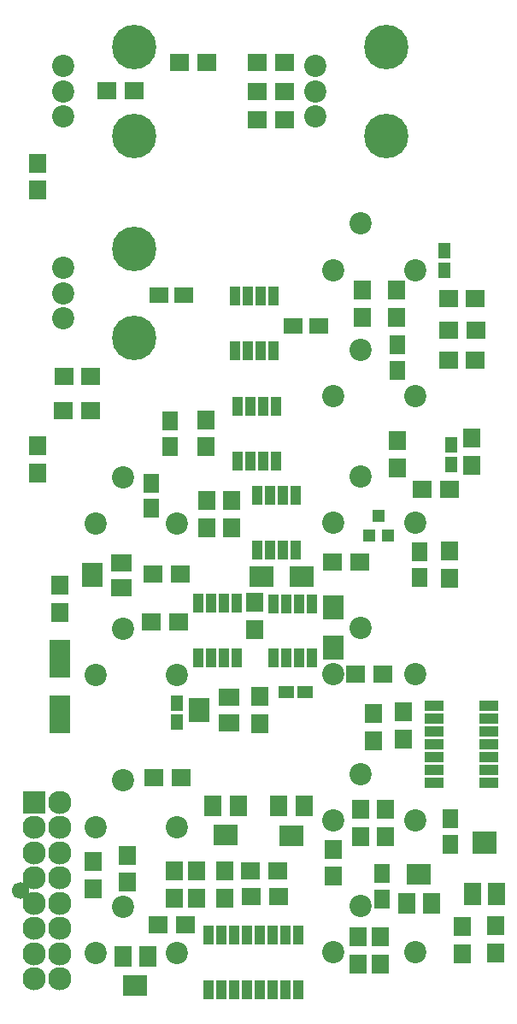
<source format=gbr>
%TF.GenerationSoftware,KiCad,Pcbnew,4.0.7*%
%TF.CreationDate,2018-02-11T21:06:32+01:00*%
%TF.ProjectId,vco,76636F2E6B696361645F706362000000,rev?*%
%TF.FileFunction,Soldermask,Bot*%
%FSLAX46Y46*%
G04 Gerber Fmt 4.6, Leading zero omitted, Abs format (unit mm)*
G04 Created by KiCad (PCBNEW 4.0.7) date 02/11/18 21:06:32*
%MOMM*%
%LPD*%
G01*
G04 APERTURE LIST*
%ADD10C,0.100000*%
%ADD11R,1.700000X1.900000*%
%ADD12R,1.000000X1.950000*%
%ADD13C,2.200000*%
%ADD14C,4.400000*%
%ADD15R,2.300000X2.300000*%
%ADD16C,2.300000*%
%ADD17C,1.700000*%
%ADD18R,1.150000X1.600000*%
%ADD19R,1.650000X1.900000*%
%ADD20R,1.600000X1.150000*%
%ADD21R,1.900000X1.650000*%
%ADD22R,2.100000X3.700000*%
%ADD23R,1.200000X1.300000*%
%ADD24R,1.900000X1.700000*%
%ADD25R,2.000000X1.700000*%
%ADD26R,2.000000X2.400000*%
%ADD27R,1.700000X2.000000*%
%ADD28R,2.400000X2.000000*%
%ADD29R,1.700000X2.300000*%
%ADD30R,2.400000X2.300000*%
%ADD31R,2.400000X2.100000*%
%ADD32R,2.100000X2.400000*%
%ADD33R,1.000000X1.900000*%
%ADD34R,1.900000X1.000000*%
G04 APERTURE END LIST*
D10*
D11*
X175000000Y-102000000D03*
X175000000Y-99300000D03*
D12*
X180155000Y-95500000D03*
X178885000Y-95500000D03*
X177615000Y-95500000D03*
X176345000Y-95500000D03*
X176345000Y-90100000D03*
X177615000Y-90100000D03*
X178885000Y-90100000D03*
X180155000Y-90100000D03*
D13*
X155500000Y-36900000D03*
X155500000Y-39400000D03*
X155500000Y-41900000D03*
D14*
X162500000Y-35000000D03*
X162500000Y-43800000D03*
D13*
X180500000Y-36900000D03*
X180500000Y-39400000D03*
X180500000Y-41900000D03*
D14*
X187500000Y-35000000D03*
X187500000Y-43800000D03*
D13*
X155500000Y-56900000D03*
X155500000Y-59400000D03*
X155500000Y-61900000D03*
D14*
X162500000Y-55000000D03*
X162500000Y-63800000D03*
D13*
X182300000Y-69600000D03*
X190400000Y-69600000D03*
X185000000Y-65000000D03*
D15*
X152650000Y-109750000D03*
D16*
X152650000Y-112250000D03*
X152650000Y-114750000D03*
X152650000Y-117250000D03*
X152650000Y-119750000D03*
X152650000Y-122250000D03*
X152650000Y-124750000D03*
X152650000Y-127250000D03*
X155150000Y-109750000D03*
X155150000Y-112250000D03*
X155150000Y-114750000D03*
X155150000Y-117250000D03*
X155150000Y-119750000D03*
X155150000Y-122250000D03*
X155150000Y-124750000D03*
X155150000Y-127250000D03*
D17*
X151310000Y-118500000D03*
D13*
X182300000Y-57100000D03*
X190400000Y-57100000D03*
X185000000Y-52500000D03*
X182300000Y-82100000D03*
X190400000Y-82100000D03*
X185000000Y-77500000D03*
X182300000Y-97100000D03*
X190400000Y-97100000D03*
X185000000Y-92500000D03*
X182300000Y-111600000D03*
X190400000Y-111600000D03*
X185000000Y-107000000D03*
X182300000Y-124600000D03*
X190400000Y-124600000D03*
X185000000Y-120000000D03*
X158700000Y-124700000D03*
X166800000Y-124700000D03*
X161400000Y-120100000D03*
X158700000Y-112200000D03*
X166800000Y-112200000D03*
X161400000Y-107600000D03*
X158700000Y-97200000D03*
X166800000Y-97200000D03*
X161400000Y-92600000D03*
X158700000Y-82200000D03*
X166800000Y-82200000D03*
X161400000Y-77600000D03*
D18*
X166800000Y-101850000D03*
X166800000Y-99950000D03*
D19*
X190800000Y-87500000D03*
X190800000Y-85000000D03*
D18*
X193250000Y-55200000D03*
X193250000Y-57100000D03*
D19*
X187100000Y-116850000D03*
X187100000Y-119350000D03*
X164200000Y-78200000D03*
X164200000Y-80700000D03*
X188600000Y-67000000D03*
X188600000Y-64500000D03*
D20*
X179500000Y-98900000D03*
X177600000Y-98900000D03*
D18*
X193950000Y-76300000D03*
X193950000Y-74400000D03*
D19*
X193850000Y-113900000D03*
X193850000Y-111400000D03*
X166050000Y-72050000D03*
X166050000Y-74550000D03*
D21*
X178300000Y-62600000D03*
X180800000Y-62600000D03*
X164950000Y-59550000D03*
X167450000Y-59550000D03*
D22*
X155200000Y-95600000D03*
X155200000Y-101100000D03*
D23*
X187700000Y-83400000D03*
X185800000Y-83400000D03*
X186750000Y-81400000D03*
D24*
X167050000Y-36550000D03*
X169750000Y-36550000D03*
X177400000Y-36550000D03*
X174700000Y-36550000D03*
X174750000Y-39450000D03*
X177450000Y-39450000D03*
X162550000Y-39300000D03*
X159850000Y-39300000D03*
D11*
X153000000Y-74500000D03*
X153000000Y-77200000D03*
D24*
X166950000Y-91900000D03*
X164250000Y-91900000D03*
X167200000Y-107300000D03*
X164500000Y-107300000D03*
D11*
X153000000Y-49200000D03*
X153000000Y-46500000D03*
D24*
X174750000Y-42200000D03*
X177450000Y-42200000D03*
D11*
X158500000Y-115650000D03*
X158500000Y-118350000D03*
X161850000Y-115000000D03*
X161850000Y-117700000D03*
X155200000Y-88300000D03*
X155200000Y-91000000D03*
X169750000Y-79900000D03*
X169750000Y-82600000D03*
X174500000Y-92700000D03*
X174500000Y-90000000D03*
D24*
X196350000Y-59950000D03*
X193650000Y-59950000D03*
D11*
X188500000Y-59050000D03*
X188500000Y-61750000D03*
D24*
X193650000Y-66000000D03*
X196350000Y-66000000D03*
X193700000Y-63050000D03*
X196400000Y-63050000D03*
D11*
X172150000Y-82600000D03*
X172150000Y-79900000D03*
X195050000Y-124750000D03*
X195050000Y-122050000D03*
D24*
X164400000Y-87150000D03*
X167100000Y-87150000D03*
X193750000Y-78800000D03*
X191050000Y-78800000D03*
D11*
X195950000Y-76450000D03*
X195950000Y-73750000D03*
X193750000Y-87600000D03*
X193750000Y-84900000D03*
X168750000Y-116600000D03*
X168750000Y-119300000D03*
X186200000Y-103700000D03*
X186200000Y-101000000D03*
X189200000Y-103550000D03*
X189200000Y-100850000D03*
X171500000Y-119300000D03*
X171500000Y-116600000D03*
X166550000Y-116600000D03*
X166550000Y-119300000D03*
D24*
X184500000Y-97100000D03*
X187200000Y-97100000D03*
X164900000Y-121850000D03*
X167600000Y-121850000D03*
D11*
X198350000Y-124700000D03*
X198350000Y-122000000D03*
X187450000Y-110500000D03*
X187450000Y-113200000D03*
D24*
X174050000Y-116600000D03*
X176750000Y-116600000D03*
D11*
X185000000Y-113150000D03*
X185000000Y-110450000D03*
X182300000Y-114400000D03*
X182300000Y-117100000D03*
X184700000Y-125800000D03*
X184700000Y-123100000D03*
X186950000Y-125800000D03*
X186950000Y-123100000D03*
D24*
X174150000Y-119100000D03*
X176850000Y-119100000D03*
D11*
X185100000Y-61750000D03*
X185100000Y-59050000D03*
D24*
X158200000Y-71000000D03*
X155500000Y-71000000D03*
D11*
X169650000Y-74600000D03*
X169650000Y-71900000D03*
D24*
X158250000Y-67600000D03*
X155550000Y-67600000D03*
D11*
X188650000Y-73950000D03*
X188650000Y-76650000D03*
D24*
X182200000Y-86000000D03*
X184900000Y-86000000D03*
D25*
X171900000Y-99400000D03*
D26*
X169000000Y-100650000D03*
D25*
X171900000Y-101900000D03*
D27*
X192000000Y-119800000D03*
D28*
X190750000Y-116900000D03*
D27*
X189500000Y-119800000D03*
D25*
X161250000Y-86050000D03*
D26*
X158350000Y-87300000D03*
D25*
X161250000Y-88550000D03*
D27*
X176850000Y-110150000D03*
D28*
X178100000Y-113050000D03*
D27*
X179350000Y-110150000D03*
X170350000Y-110100000D03*
D28*
X171600000Y-113000000D03*
D27*
X172850000Y-110100000D03*
D29*
X198400000Y-118850000D03*
D30*
X197250000Y-113750000D03*
D29*
X196100000Y-118850000D03*
D27*
X161400000Y-125000000D03*
D28*
X162650000Y-127900000D03*
D27*
X163900000Y-125000000D03*
D31*
X179150000Y-87450000D03*
X175150000Y-87450000D03*
D32*
X182250000Y-94500000D03*
X182250000Y-90500000D03*
D33*
X169905000Y-122950000D03*
X171175000Y-122950000D03*
X172445000Y-122950000D03*
X173715000Y-122950000D03*
X174985000Y-122950000D03*
X176255000Y-122950000D03*
X177525000Y-122950000D03*
X178795000Y-122950000D03*
X178795000Y-128350000D03*
X177525000Y-128350000D03*
X176255000Y-128350000D03*
X174985000Y-128350000D03*
X173715000Y-128350000D03*
X172445000Y-128350000D03*
X171175000Y-128350000D03*
X169905000Y-128350000D03*
D12*
X178505000Y-84800000D03*
X177235000Y-84800000D03*
X175965000Y-84800000D03*
X174695000Y-84800000D03*
X174695000Y-79400000D03*
X175965000Y-79400000D03*
X177235000Y-79400000D03*
X178505000Y-79400000D03*
X172655000Y-95450000D03*
X171385000Y-95450000D03*
X170115000Y-95450000D03*
X168845000Y-95450000D03*
X168845000Y-90050000D03*
X170115000Y-90050000D03*
X171385000Y-90050000D03*
X172655000Y-90050000D03*
D34*
X192250000Y-107810000D03*
X192250000Y-106540000D03*
X192250000Y-105270000D03*
X192250000Y-104000000D03*
X192250000Y-102730000D03*
X192250000Y-101460000D03*
X192250000Y-100190000D03*
X197650000Y-100190000D03*
X197650000Y-101460000D03*
X197650000Y-102730000D03*
X197650000Y-104000000D03*
X197650000Y-105270000D03*
X197650000Y-106540000D03*
X197650000Y-107810000D03*
D12*
X176305000Y-65100000D03*
X175035000Y-65100000D03*
X173765000Y-65100000D03*
X172495000Y-65100000D03*
X172495000Y-59700000D03*
X173765000Y-59700000D03*
X175035000Y-59700000D03*
X176305000Y-59700000D03*
X172745000Y-70600000D03*
X174015000Y-70600000D03*
X175285000Y-70600000D03*
X176555000Y-70600000D03*
X176555000Y-76000000D03*
X175285000Y-76000000D03*
X174015000Y-76000000D03*
X172745000Y-76000000D03*
M02*

</source>
